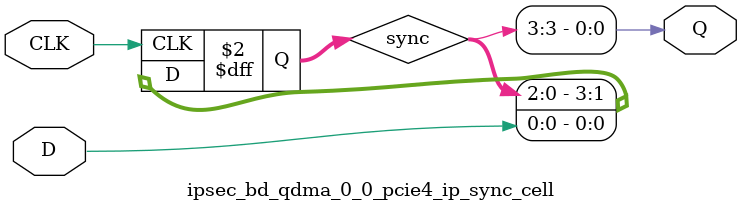
<source format=v>

`timescale 1ps / 1ps

(* DowngradeIPIdentifiedWarnings = "yes" *)
module ipsec_bd_qdma_0_0_pcie4_ip_sync_cell #
(
    parameter integer STAGE = 3
)
(
    //-------------------------------------------------------------------------- 
    //  Input Ports
    //-------------------------------------------------------------------------- 
    input                               CLK,
    input                               D,
    
    //-------------------------------------------------------------------------- 
    //  Output Ports
    //-------------------------------------------------------------------------- 
    output                              Q
);
    //-------------------------------------------------------------------------- 
    //  Synchronized Signals
    //--------------------------------------------------------------------------  
    (* ASYNC_REG = "TRUE", SHIFT_EXTRACT = "NO" *) reg [STAGE:0] sync;                                                            



//--------------------------------------------------------------------------------------------------
//  Synchronizier
//--------------------------------------------------------------------------------------------------
always @ (posedge CLK)
begin

    sync <= {sync[(STAGE-1):0], D};
            
end   



//--------------------------------------------------------------------------------------------------
//  Generate Output
//--------------------------------------------------------------------------------------------------
assign Q = sync[STAGE];



endmodule

</source>
